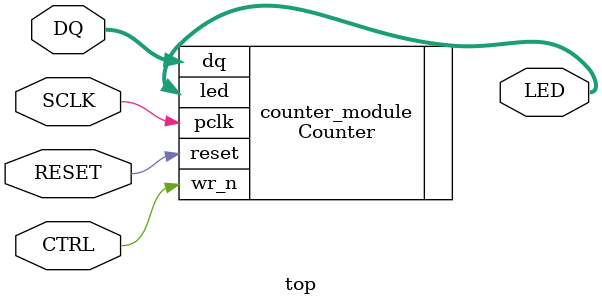
<source format=v>
`timescale 1ns / 1ps


module top(
    input SCLK,
    input RESET,
    inout CTRL,
    inout [7:0]DQ,
    output[1:0] LED
    );
    
Counter counter_module(
   .pclk(SCLK),
   .led(LED),
   .reset(RESET),
   .wr_n(CTRL),
   .dq(DQ)
);
endmodule

</source>
